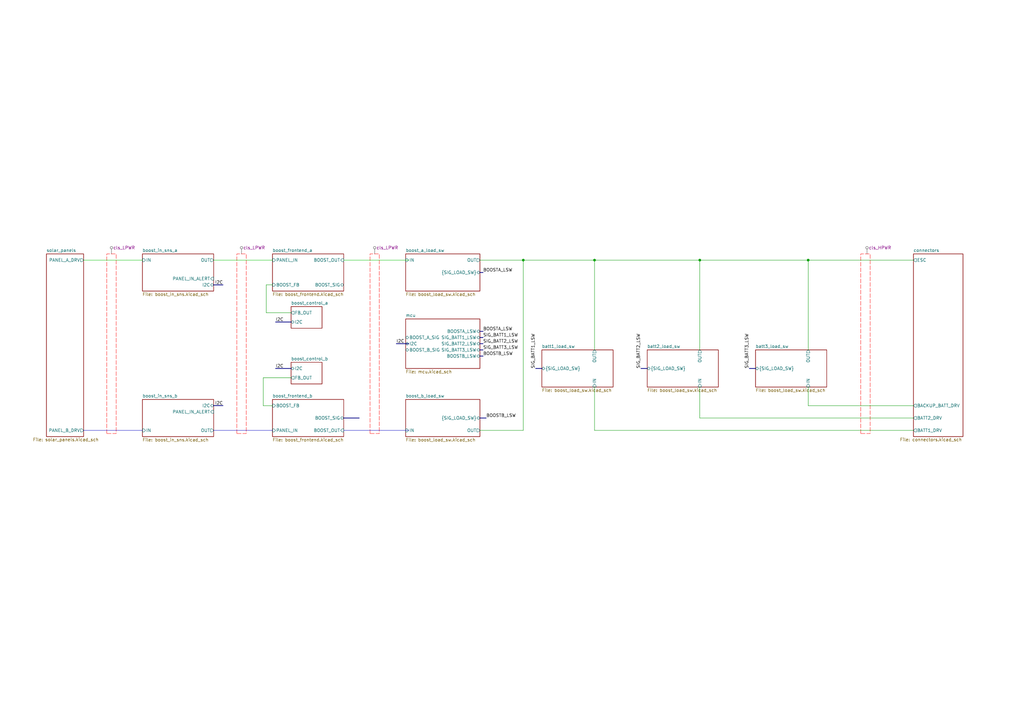
<source format=kicad_sch>
(kicad_sch
	(version 20250114)
	(generator "eeschema")
	(generator_version "9.0")
	(uuid "3ba35cb8-1859-462d-9588-130dc7519363")
	(paper "A3")
	(lib_symbols)
	(junction
		(at 243.84 106.68)
		(diameter 0)
		(color 0 0 0 0)
		(uuid "2c757d13-80dd-4f61-b726-e417640304a2")
	)
	(junction
		(at 287.02 106.68)
		(diameter 0)
		(color 0 0 0 0)
		(uuid "975d87cf-2444-4b04-aad6-4b988ca9aa10")
	)
	(junction
		(at 331.47 106.68)
		(diameter 0)
		(color 0 0 0 0)
		(uuid "aa7e57b2-f50b-4e96-bfee-2247ff236164")
	)
	(junction
		(at 214.63 106.68)
		(diameter 0)
		(color 0 0 0 0)
		(uuid "c3796987-2a51-439d-bfac-a32142c751fb")
	)
	(wire
		(pts
			(xy 107.95 166.37) (xy 111.76 166.37)
		)
		(stroke
			(width 0)
			(type default)
		)
		(uuid "03eb9f74-4b19-4d39-bffa-0346bb907d37")
	)
	(bus
		(pts
			(xy 87.63 116.84) (xy 91.44 116.84)
		)
		(stroke
			(width 0)
			(type default)
		)
		(uuid "0bcf8440-4055-4066-ab3b-16dcfc61cdb3")
	)
	(bus
		(pts
			(xy 196.85 146.05) (xy 198.12 146.05)
		)
		(stroke
			(width 0)
			(type default)
		)
		(uuid "0d5de230-99d4-4d30-aa86-600f7216553d")
	)
	(bus
		(pts
			(xy 196.85 135.89) (xy 198.12 135.89)
		)
		(stroke
			(width 0)
			(type default)
		)
		(uuid "0db88e0b-7e1c-4ad0-a4f8-b28e5c4f9d30")
	)
	(wire
		(pts
			(xy 287.02 171.45) (xy 374.65 171.45)
		)
		(stroke
			(width 0)
			(type default)
		)
		(uuid "105ba05a-662b-4da8-8f56-92a8ed151f1e")
	)
	(wire
		(pts
			(xy 331.47 106.68) (xy 374.65 106.68)
		)
		(stroke
			(width 0)
			(type default)
		)
		(uuid "170bcde5-2f81-40c6-8607-05018d819ae5")
	)
	(wire
		(pts
			(xy 214.63 106.68) (xy 243.84 106.68)
		)
		(stroke
			(width 0)
			(type default)
		)
		(uuid "18bf4559-d256-49f0-8c6c-2bea45c359a3")
	)
	(wire
		(pts
			(xy 140.97 176.53) (xy 167.64 176.53)
		)
		(stroke
			(width 0)
			(type default)
			(color 0 0 194 1)
		)
		(uuid "1971cc28-ed48-4544-91cb-067ec6123772")
	)
	(wire
		(pts
			(xy 109.22 128.27) (xy 109.22 116.84)
		)
		(stroke
			(width 0)
			(type default)
		)
		(uuid "2763443b-3303-414f-8176-5ddda8e6b4b4")
	)
	(bus
		(pts
			(xy 196.85 171.45) (xy 199.39 171.45)
		)
		(stroke
			(width 0)
			(type default)
		)
		(uuid "2a8bfbd9-c220-4910-ba9d-49829bca9f19")
	)
	(bus
		(pts
			(xy 140.97 171.45) (xy 147.32 171.45)
		)
		(stroke
			(width 0)
			(type default)
		)
		(uuid "2c6df058-8863-48c6-864e-9179ca1b53c0")
	)
	(bus
		(pts
			(xy 262.89 151.13) (xy 265.43 151.13)
		)
		(stroke
			(width 0)
			(type default)
		)
		(uuid "2d851385-b7a0-4541-8bb6-4c688cf436ef")
	)
	(wire
		(pts
			(xy 214.63 106.68) (xy 214.63 176.53)
		)
		(stroke
			(width 0)
			(type default)
		)
		(uuid "2f69b4a6-3a05-41a2-b730-7a76d1c23593")
	)
	(wire
		(pts
			(xy 34.29 176.53) (xy 58.42 176.53)
		)
		(stroke
			(width 0)
			(type default)
			(color 0 0 194 1)
		)
		(uuid "31bd4c21-bf65-489d-b377-8f4feffe388b")
	)
	(bus
		(pts
			(xy 196.85 143.51) (xy 198.12 143.51)
		)
		(stroke
			(width 0)
			(type default)
		)
		(uuid "46aa4d92-e281-4cef-8640-3a72a1d295d1")
	)
	(wire
		(pts
			(xy 331.47 166.37) (xy 374.65 166.37)
		)
		(stroke
			(width 0)
			(type default)
		)
		(uuid "4769cb71-a6dd-4044-a689-583cc3ce651d")
	)
	(wire
		(pts
			(xy 140.97 106.68) (xy 167.64 106.68)
		)
		(stroke
			(width 0)
			(type default)
			(color 0 194 0 1)
		)
		(uuid "483cc16a-9fbb-426f-bbcb-917152e20670")
	)
	(wire
		(pts
			(xy 287.02 106.68) (xy 287.02 143.51)
		)
		(stroke
			(width 0)
			(type default)
		)
		(uuid "4f10092f-9f7c-4bcc-a55d-be0b2a7b0be1")
	)
	(bus
		(pts
			(xy 196.85 111.76) (xy 198.12 111.76)
		)
		(stroke
			(width 0)
			(type default)
		)
		(uuid "54702368-dba9-4539-afe8-e054e1aa9feb")
	)
	(wire
		(pts
			(xy 243.84 158.75) (xy 243.84 176.53)
		)
		(stroke
			(width 0)
			(type default)
		)
		(uuid "5b221fb7-b34f-4f0d-b179-c1bbed5f6bce")
	)
	(wire
		(pts
			(xy 243.84 106.68) (xy 287.02 106.68)
		)
		(stroke
			(width 0)
			(type default)
		)
		(uuid "5c2110d8-2c21-47db-9343-05a299b7647e")
	)
	(wire
		(pts
			(xy 196.85 176.53) (xy 214.63 176.53)
		)
		(stroke
			(width 0)
			(type default)
		)
		(uuid "5da82f18-e099-4167-bf12-0dce1a2fb59f")
	)
	(wire
		(pts
			(xy 243.84 176.53) (xy 374.65 176.53)
		)
		(stroke
			(width 0)
			(type default)
		)
		(uuid "614c90af-f091-4b60-9854-96dbdd7b551a")
	)
	(wire
		(pts
			(xy 196.85 106.68) (xy 214.63 106.68)
		)
		(stroke
			(width 0)
			(type default)
		)
		(uuid "65b6f0fc-41da-4b80-89d6-6eefa0724462")
	)
	(bus
		(pts
			(xy 219.71 151.13) (xy 222.25 151.13)
		)
		(stroke
			(width 0)
			(type default)
		)
		(uuid "790a3946-2023-4698-a5a6-37fc17e39236")
	)
	(wire
		(pts
			(xy 331.47 158.75) (xy 331.47 166.37)
		)
		(stroke
			(width 0)
			(type default)
		)
		(uuid "79451a0c-0aba-4543-82d0-9171fa03b257")
	)
	(wire
		(pts
			(xy 119.38 128.27) (xy 109.22 128.27)
		)
		(stroke
			(width 0)
			(type default)
		)
		(uuid "7bcbc883-68c3-42db-a1ab-194e070dffad")
	)
	(wire
		(pts
			(xy 287.02 106.68) (xy 331.47 106.68)
		)
		(stroke
			(width 0)
			(type default)
		)
		(uuid "8c98f9c7-e307-46f8-8ae2-329755f9de6b")
	)
	(wire
		(pts
			(xy 331.47 106.68) (xy 331.47 143.51)
		)
		(stroke
			(width 0)
			(type default)
		)
		(uuid "8e1f46c9-7358-458d-9049-0d1cbb8c18c3")
	)
	(wire
		(pts
			(xy 287.02 158.75) (xy 287.02 171.45)
		)
		(stroke
			(width 0)
			(type default)
		)
		(uuid "9b2669e6-65c7-4c1b-adfe-7e4c0d4d50c6")
	)
	(bus
		(pts
			(xy 113.03 132.08) (xy 119.38 132.08)
		)
		(stroke
			(width 0)
			(type default)
		)
		(uuid "9c8b9d14-222d-4195-be15-f0bb6d9cfebb")
	)
	(wire
		(pts
			(xy 119.38 154.94) (xy 107.95 154.94)
		)
		(stroke
			(width 0)
			(type default)
		)
		(uuid "9e36f94b-4f56-4305-a715-ff3c5ba0e942")
	)
	(bus
		(pts
			(xy 196.85 138.43) (xy 198.12 138.43)
		)
		(stroke
			(width 0)
			(type default)
		)
		(uuid "a3e837ab-7ec7-40b1-b5fd-9eeb6f3d1e20")
	)
	(bus
		(pts
			(xy 87.63 166.37) (xy 91.44 166.37)
		)
		(stroke
			(width 0)
			(type default)
		)
		(uuid "b2eefa4f-9e55-4c75-aa57-7c9f2690c988")
	)
	(bus
		(pts
			(xy 113.03 151.13) (xy 119.38 151.13)
		)
		(stroke
			(width 0)
			(type default)
		)
		(uuid "c58c802c-a374-41d4-b904-fc9a9f67a7e4")
	)
	(bus
		(pts
			(xy 307.34 151.13) (xy 309.88 151.13)
		)
		(stroke
			(width 0)
			(type default)
		)
		(uuid "d7cfc14d-8a39-41e9-849f-3a2d8cb2b647")
	)
	(bus
		(pts
			(xy 162.56 140.97) (xy 167.64 140.97)
		)
		(stroke
			(width 0)
			(type default)
		)
		(uuid "d7fb880b-1b01-47ec-96e5-3c859c602160")
	)
	(wire
		(pts
			(xy 107.95 154.94) (xy 107.95 166.37)
		)
		(stroke
			(width 0)
			(type default)
		)
		(uuid "d986bdb1-07c4-4063-8ab4-6981edd76d08")
	)
	(wire
		(pts
			(xy 243.84 106.68) (xy 243.84 143.51)
		)
		(stroke
			(width 0)
			(type default)
		)
		(uuid "db5af9ae-059e-48e4-ba6a-f04c5b1dd40c")
	)
	(wire
		(pts
			(xy 109.22 116.84) (xy 111.76 116.84)
		)
		(stroke
			(width 0)
			(type default)
		)
		(uuid "e04b3aad-9eb3-4617-b0b6-5985983759ae")
	)
	(wire
		(pts
			(xy 87.63 106.68) (xy 111.76 106.68)
		)
		(stroke
			(width 0)
			(type default)
			(color 0 194 0 1)
		)
		(uuid "eb7e881b-60c4-40d1-8703-0a97d7d9e5d7")
	)
	(bus
		(pts
			(xy 196.85 140.97) (xy 198.12 140.97)
		)
		(stroke
			(width 0)
			(type default)
		)
		(uuid "ebea3644-acf8-4583-8558-de903e43f276")
	)
	(wire
		(pts
			(xy 34.29 106.68) (xy 58.42 106.68)
		)
		(stroke
			(width 0)
			(type default)
			(color 0 194 0 1)
		)
		(uuid "ec11a653-9b03-4a68-87d5-9a71052b18bd")
	)
	(wire
		(pts
			(xy 87.63 176.53) (xy 111.76 176.53)
		)
		(stroke
			(width 0)
			(type default)
			(color 0 0 194 1)
		)
		(uuid "fcd9c7e1-1cbc-40d1-a96f-4a9ea86dad17")
	)
	(label "SIG_BATT3_LSW"
		(at 198.12 143.51 0)
		(effects
			(font
				(size 1.27 1.27)
			)
			(justify left bottom)
		)
		(uuid "3363cc51-576f-41ef-a546-f3a5d1874cf5")
	)
	(label "I2C"
		(at 91.44 116.84 180)
		(effects
			(font
				(size 1.27 1.27)
			)
			(justify right bottom)
		)
		(uuid "5be089bb-e3cc-4b13-bbce-82ad829f2749")
	)
	(label "SIG_BATT2_LSW"
		(at 262.89 151.13 90)
		(effects
			(font
				(size 1.27 1.27)
			)
			(justify left bottom)
		)
		(uuid "6160aa25-de0f-4833-b9bf-b28d0bbfb966")
	)
	(label "SIG_BATT2_LSW"
		(at 198.12 140.97 0)
		(effects
			(font
				(size 1.27 1.27)
			)
			(justify left bottom)
		)
		(uuid "6a7513a9-4f4e-4fdb-8e6d-bea719ba5439")
	)
	(label "BOOSTA_LSW"
		(at 198.12 135.89 0)
		(effects
			(font
				(size 1.27 1.27)
			)
			(justify left bottom)
		)
		(uuid "7b23081a-bbaa-40f5-a95d-94a1542a93f5")
	)
	(label "BOOSTB_LSW"
		(at 199.39 171.45 0)
		(effects
			(font
				(size 1.27 1.27)
			)
			(justify left bottom)
		)
		(uuid "839f5cd0-96b9-4568-97c2-042fde2134a8")
	)
	(label "I2C"
		(at 113.03 132.08 0)
		(effects
			(font
				(size 1.27 1.27)
			)
			(justify left bottom)
		)
		(uuid "95ab64aa-0bc6-4285-b73f-6876fc832f4d")
	)
	(label "I2C"
		(at 113.03 151.13 0)
		(effects
			(font
				(size 1.27 1.27)
			)
			(justify left bottom)
		)
		(uuid "aa44a6ad-9cf5-410d-9240-8d85e861359f")
	)
	(label "SIG_BATT1_LSW"
		(at 198.12 138.43 0)
		(effects
			(font
				(size 1.27 1.27)
			)
			(justify left bottom)
		)
		(uuid "b45185bb-f6ad-465c-bee7-1bed1ae8752c")
	)
	(label "BOOSTB_LSW"
		(at 198.12 146.05 0)
		(effects
			(font
				(size 1.27 1.27)
			)
			(justify left bottom)
		)
		(uuid "bd29cae2-00c5-41d8-8cbc-adc5eececae0")
	)
	(label "SIG_BATT3_LSW"
		(at 307.34 151.13 90)
		(effects
			(font
				(size 1.27 1.27)
			)
			(justify left bottom)
		)
		(uuid "c5225670-05e1-4691-9785-e2d666146ccd")
	)
	(label "I2C"
		(at 91.44 166.37 180)
		(effects
			(font
				(size 1.27 1.27)
			)
			(justify right bottom)
		)
		(uuid "d7e24ed6-f854-437e-94cc-6e800d6ca957")
	)
	(label "I2C"
		(at 162.56 140.97 0)
		(effects
			(font
				(size 1.27 1.27)
			)
			(justify left bottom)
		)
		(uuid "ddd250f2-dd7d-4342-b6f8-fe5a43751e62")
	)
	(label "BOOSTA_LSW"
		(at 198.12 111.76 0)
		(effects
			(font
				(size 1.27 1.27)
			)
			(justify left bottom)
		)
		(uuid "e3fe8aae-d8f3-4489-b4a8-0d1978b372b2")
	)
	(label "SIG_BATT1_LSW"
		(at 219.71 151.13 90)
		(effects
			(font
				(size 1.27 1.27)
			)
			(justify left bottom)
		)
		(uuid "eaf5daaf-4d94-4514-ab6c-947ca41b0e0f")
	)
	(rule_area
		(polyline
			(pts
				(xy 43.8149 177.7999) (xy 43.8149 104.1399) (xy 47.6249 104.1399) (xy 47.6249 177.7999)
			)
			(stroke
				(width 0)
				(type dash)
			)
			(fill
				(type none)
			)
			(uuid 587159aa-d466-4b4e-9350-2471f688d993)
		)
	)
	(rule_area
		(polyline
			(pts
				(xy 97.155 177.8) (xy 97.155 104.14) (xy 100.965 104.14) (xy 100.965 177.8)
			)
			(stroke
				(width 0)
				(type dash)
			)
			(fill
				(type none)
			)
			(uuid 6aeb9602-033e-422f-85af-02eae0e9ac26)
		)
	)
	(rule_area
		(polyline
			(pts
				(xy 151.765 177.8) (xy 151.765 104.14) (xy 155.575 104.14) (xy 155.575 177.8)
			)
			(stroke
				(width 0)
				(type dash)
			)
			(fill
				(type none)
			)
			(uuid e9cb38e9-46c4-400e-95b6-649e060bb818)
		)
	)
	(rule_area
		(polyline
			(pts
				(xy 353.06 177.8) (xy 353.06 104.14) (xy 356.87 104.14) (xy 356.87 177.8)
			)
			(stroke
				(width 0)
				(type dash)
			)
			(fill
				(type none)
			)
			(uuid fd90912f-8ff9-4bb8-989b-4f48ab5d9066)
		)
	)
	(netclass_flag ""
		(length 2.54)
		(shape round)
		(at 355.6 104.14 0)
		(fields_autoplaced yes)
		(effects
			(font
				(size 1.27 1.27)
			)
			(justify left bottom)
		)
		(uuid "34adc72a-1f9f-452d-bb03-39ad87da293b")
		(property "Netclass" "cls_HPWR"
			(at 356.2985 101.6 0)
			(effects
				(font
					(size 1.27 1.27)
				)
				(justify left)
			)
		)
		(property "Component Class" ""
			(at 209.55 57.15 0)
			(effects
				(font
					(size 1.27 1.27)
					(italic yes)
				)
			)
		)
	)
	(netclass_flag ""
		(length 2.54)
		(shape round)
		(at 45.72 104.14 0)
		(fields_autoplaced yes)
		(effects
			(font
				(size 1.27 1.27)
			)
			(justify left bottom)
		)
		(uuid "53f82c0c-7f58-43dd-a5dc-c6ec677f8cfb")
		(property "Netclass" "cls_LPWR"
			(at 46.4185 101.6 0)
			(effects
				(font
					(size 1.27 1.27)
				)
				(justify left)
			)
		)
		(property "Component Class" ""
			(at -100.33 57.15 0)
			(effects
				(font
					(size 1.27 1.27)
					(italic yes)
				)
			)
		)
	)
	(netclass_flag ""
		(length 2.54)
		(shape round)
		(at 99.06 104.14 0)
		(fields_autoplaced yes)
		(effects
			(font
				(size 1.27 1.27)
			)
			(justify left bottom)
		)
		(uuid "f82e1284-7e38-4a26-bb86-b7c8c810da5f")
		(property "Netclass" "cls_LPWR"
			(at 99.7585 101.6 0)
			(effects
				(font
					(size 1.27 1.27)
				)
				(justify left)
			)
		)
		(property "Component Class" ""
			(at -46.99 57.15 0)
			(effects
				(font
					(size 1.27 1.27)
					(italic yes)
				)
			)
		)
	)
	(netclass_flag ""
		(length 2.54)
		(shape round)
		(at 153.67 104.14 0)
		(fields_autoplaced yes)
		(effects
			(font
				(size 1.27 1.27)
			)
			(justify left bottom)
		)
		(uuid "f92e11ea-12da-4d31-811a-04bf4b10a5ec")
		(property "Netclass" "cls_LPWR"
			(at 154.3685 101.6 0)
			(effects
				(font
					(size 1.27 1.27)
				)
				(justify left)
			)
		)
		(property "Component Class" ""
			(at 7.62 57.15 0)
			(effects
				(font
					(size 1.27 1.27)
					(italic yes)
				)
			)
		)
	)
	(sheet
		(at 119.38 125.73)
		(size 12.7 8.89)
		(exclude_from_sim no)
		(in_bom yes)
		(on_board yes)
		(dnp no)
		(stroke
			(width 0.1524)
			(type solid)
		)
		(fill
			(color 0 0 0 0.0000)
		)
		(uuid "09b4163a-819e-413e-b808-030375832f4a")
		(property "Sheetname" "boost_control_a"
			(at 119.38 125.0184 0)
			(effects
				(font
					(size 1.27 1.27)
				)
				(justify left bottom)
			)
		)
		(property "Sheetfile" "boost_control.kicad_sch"
			(at 112.522 132.588 0)
			(effects
				(font
					(size 1.27 1.27)
				)
				(justify left top)
				(hide yes)
			)
		)
		(pin "FB_OUT" output
			(at 119.38 128.27 180)
			(uuid "65547b79-e720-41cb-bec2-340fc1a6bb79")
			(effects
				(font
					(size 1.27 1.27)
				)
				(justify left)
			)
		)
		(pin "I2C" bidirectional
			(at 119.38 132.08 180)
			(uuid "1d8ac5cc-fc7c-493e-bb26-905f9462a4f2")
			(effects
				(font
					(size 1.27 1.27)
				)
				(justify left)
			)
		)
		(instances
			(project "PowerBoard"
				(path "/99785679-20de-4827-b4cc-bc3c187068c9/9564929a-642e-4163-88c2-45054b63a5ed"
					(page "5")
				)
			)
		)
	)
	(sheet
		(at 111.76 104.14)
		(size 29.21 15.24)
		(exclude_from_sim no)
		(in_bom yes)
		(on_board yes)
		(dnp no)
		(fields_autoplaced yes)
		(stroke
			(width 0.1524)
			(type solid)
		)
		(fill
			(color 0 0 0 0.0000)
		)
		(uuid "0cef1f69-ed1d-4f02-ab28-a001d17f862e")
		(property "Sheetname" "boost_frontend_a"
			(at 111.76 103.4284 0)
			(effects
				(font
					(size 1.27 1.27)
				)
				(justify left bottom)
			)
		)
		(property "Sheetfile" "boost_frontend.kicad_sch"
			(at 111.76 119.9646 0)
			(effects
				(font
					(size 1.27 1.27)
				)
				(justify left top)
			)
		)
		(pin "PANEL_IN" input
			(at 111.76 106.68 180)
			(uuid "2fa6a300-4fd3-4dd7-b33e-702ed84ea4c8")
			(effects
				(font
					(size 1.27 1.27)
				)
				(justify left)
			)
		)
		(pin "BOOST_FB" input
			(at 111.76 116.84 180)
			(uuid "2dce7bbe-6aa4-4442-a349-e995daf7197e")
			(effects
				(font
					(size 1.27 1.27)
				)
				(justify left)
			)
		)
		(pin "BOOST_OUT" input
			(at 140.97 106.68 0)
			(uuid "52cae4e5-cf73-4beb-b285-2fee067ad6a7")
			(effects
				(font
					(size 1.27 1.27)
				)
				(justify right)
			)
		)
		(pin "BOOST_SIG" bidirectional
			(at 140.97 116.84 0)
			(uuid "7c54ea00-bcdb-4f40-a02a-28c68b759e77")
			(effects
				(font
					(size 1.27 1.27)
				)
				(justify right)
			)
		)
		(instances
			(project "PowerBoard"
				(path "/99785679-20de-4827-b4cc-bc3c187068c9/9564929a-642e-4163-88c2-45054b63a5ed"
					(page "4")
				)
			)
		)
	)
	(sheet
		(at 58.42 163.83)
		(size 29.21 15.24)
		(exclude_from_sim no)
		(in_bom yes)
		(on_board yes)
		(dnp no)
		(fields_autoplaced yes)
		(stroke
			(width 0.1524)
			(type solid)
		)
		(fill
			(color 0 0 0 0.0000)
		)
		(uuid "3068c1f6-122c-49ae-9c21-f8ebc0263ff5")
		(property "Sheetname" "boost_in_sns_b"
			(at 58.42 163.1184 0)
			(effects
				(font
					(size 1.27 1.27)
				)
				(justify left bottom)
			)
		)
		(property "Sheetfile" "boost_in_sns.kicad_sch"
			(at 58.42 179.6546 0)
			(effects
				(font
					(size 1.27 1.27)
				)
				(justify left top)
			)
		)
		(pin "PANEL_IN_ALERT" input
			(at 87.63 168.91 0)
			(uuid "30acb912-093d-4c07-b2ae-1670ea1e5d8d")
			(effects
				(font
					(size 1.27 1.27)
				)
				(justify right)
			)
		)
		(pin "I2C" bidirectional
			(at 87.63 166.37 0)
			(uuid "3805c3dd-11e9-4ecb-83a9-e8d05be6e8c7")
			(effects
				(font
					(size 1.27 1.27)
				)
				(justify right)
			)
		)
		(pin "IN" input
			(at 58.42 176.53 180)
			(uuid "a93942d2-3fcb-44dd-8459-d4a10180a3b1")
			(effects
				(font
					(size 1.27 1.27)
				)
				(justify left)
			)
		)
		(pin "OUT" output
			(at 87.63 176.53 0)
			(uuid "63bff83e-d27e-4b2e-94cd-0152baa0de9b")
			(effects
				(font
					(size 1.27 1.27)
				)
				(justify right)
			)
		)
		(instances
			(project "PowerBoard"
				(path "/99785679-20de-4827-b4cc-bc3c187068c9/9564929a-642e-4163-88c2-45054b63a5ed"
					(page "9")
				)
			)
		)
	)
	(sheet
		(at 166.37 163.83)
		(size 30.48 15.24)
		(exclude_from_sim no)
		(in_bom yes)
		(on_board yes)
		(dnp no)
		(fields_autoplaced yes)
		(stroke
			(width 0.1524)
			(type solid)
		)
		(fill
			(color 0 0 0 0.0000)
		)
		(uuid "5ab37dee-300b-447e-9b13-e5d50b13d849")
		(property "Sheetname" "boost_b_load_sw"
			(at 166.37 163.1184 0)
			(effects
				(font
					(size 1.27 1.27)
				)
				(justify left bottom)
			)
		)
		(property "Sheetfile" "boost_load_sw.kicad_sch"
			(at 166.37 179.6546 0)
			(effects
				(font
					(size 1.27 1.27)
				)
				(justify left top)
			)
		)
		(pin "OUT" output
			(at 196.85 176.53 0)
			(uuid "f22e1578-4fac-4814-8aba-36cbf3dafe38")
			(effects
				(font
					(size 1.27 1.27)
				)
				(justify right)
			)
		)
		(pin "IN" input
			(at 166.37 176.53 180)
			(uuid "b90325af-47dc-4505-8fab-0eae018bc9b0")
			(effects
				(font
					(size 1.27 1.27)
				)
				(justify left)
			)
		)
		(pin "{SIG_LOAD_SW}" bidirectional
			(at 196.85 171.45 0)
			(uuid "3e834ec1-bba3-4bd3-98a9-fe6c302d5e27")
			(effects
				(font
					(size 1.27 1.27)
				)
				(justify right)
			)
		)
		(instances
			(project "PowerBoard"
				(path "/99785679-20de-4827-b4cc-bc3c187068c9/9564929a-642e-4163-88c2-45054b63a5ed"
					(page "7")
				)
			)
		)
	)
	(sheet
		(at 374.65 104.14)
		(size 20.32 74.93)
		(exclude_from_sim no)
		(in_bom yes)
		(on_board yes)
		(dnp no)
		(stroke
			(width 0.1524)
			(type solid)
		)
		(fill
			(color 0 0 0 0.0000)
		)
		(uuid "5ca9c485-eddf-4b8f-8ea2-4142c873b2df")
		(property "Sheetname" "connectors"
			(at 374.65 103.4284 0)
			(effects
				(font
					(size 1.27 1.27)
				)
				(justify left bottom)
			)
		)
		(property "Sheetfile" "connectors.kicad_sch"
			(at 369.062 179.578 0)
			(effects
				(font
					(size 1.27 1.27)
				)
				(justify left top)
			)
		)
		(pin "ESC" output
			(at 374.65 106.68 180)
			(uuid "83edf491-7659-42a2-b98c-8fa31699c540")
			(effects
				(font
					(size 1.27 1.27)
				)
				(justify left)
			)
		)
		(pin "BACKUP_BATT_DRV" output
			(at 374.65 166.37 180)
			(uuid "60a77608-63bb-4d75-be8b-2909691121c1")
			(effects
				(font
					(size 1.27 1.27)
				)
				(justify left)
			)
		)
		(pin "BATT1_DRV" output
			(at 374.65 176.53 180)
			(uuid "dfc76071-e32f-44ac-bbea-111fc28118f3")
			(effects
				(font
					(size 1.27 1.27)
				)
				(justify left)
			)
		)
		(pin "BATT2_DRV" output
			(at 374.65 171.45 180)
			(uuid "d12bfa08-9920-4957-bf04-5f6d52795e69")
			(effects
				(font
					(size 1.27 1.27)
				)
				(justify left)
			)
		)
		(instances
			(project "PowerBoard"
				(path "/99785679-20de-4827-b4cc-bc3c187068c9/9564929a-642e-4163-88c2-45054b63a5ed"
					(page "16")
				)
			)
		)
	)
	(sheet
		(at 111.76 163.83)
		(size 29.21 15.24)
		(exclude_from_sim no)
		(in_bom yes)
		(on_board yes)
		(dnp no)
		(fields_autoplaced yes)
		(stroke
			(width 0.1524)
			(type solid)
		)
		(fill
			(color 0 0 0 0.0000)
		)
		(uuid "68cab5ff-06be-4137-8d1a-3cc6d1b1d6d1")
		(property "Sheetname" "boost_frontend_b"
			(at 111.76 163.1184 0)
			(effects
				(font
					(size 1.27 1.27)
				)
				(justify left bottom)
			)
		)
		(property "Sheetfile" "boost_frontend.kicad_sch"
			(at 111.76 179.6546 0)
			(effects
				(font
					(size 1.27 1.27)
				)
				(justify left top)
			)
		)
		(pin "BOOST_FB" input
			(at 111.76 166.37 180)
			(uuid "96bd22c7-1a21-4d0c-8a3c-d99af07354eb")
			(effects
				(font
					(size 1.27 1.27)
				)
				(justify left)
			)
		)
		(pin "PANEL_IN" input
			(at 111.76 176.53 180)
			(uuid "5e7c1132-d68a-40d9-b5b1-54655b46e5aa")
			(effects
				(font
					(size 1.27 1.27)
				)
				(justify left)
			)
		)
		(pin "BOOST_OUT" input
			(at 140.97 176.53 0)
			(uuid "82bf2234-b0c4-4050-a4fe-292a7c661f80")
			(effects
				(font
					(size 1.27 1.27)
				)
				(justify right)
			)
		)
		(pin "BOOST_SIG" bidirectional
			(at 140.97 171.45 0)
			(uuid "91b1a617-610a-43ca-aea3-d6dbfa95cbfa")
			(effects
				(font
					(size 1.27 1.27)
				)
				(justify right)
			)
		)
		(instances
			(project "PowerBoard"
				(path "/99785679-20de-4827-b4cc-bc3c187068c9/9564929a-642e-4163-88c2-45054b63a5ed"
					(page "8")
				)
			)
		)
	)
	(sheet
		(at 309.88 143.51)
		(size 29.21 15.24)
		(exclude_from_sim no)
		(in_bom yes)
		(on_board yes)
		(dnp no)
		(fields_autoplaced yes)
		(stroke
			(width 0.1524)
			(type solid)
		)
		(fill
			(color 0 0 0 0.0000)
		)
		(uuid "70687909-9f63-4b18-b374-bb5d5688a7a1")
		(property "Sheetname" "batt3_load_sw"
			(at 309.88 142.7984 0)
			(effects
				(font
					(size 1.27 1.27)
				)
				(justify left bottom)
			)
		)
		(property "Sheetfile" "boost_load_sw.kicad_sch"
			(at 309.88 159.3346 0)
			(effects
				(font
					(size 1.27 1.27)
				)
				(justify left top)
			)
		)
		(pin "OUT" output
			(at 331.47 143.51 90)
			(uuid "c549760f-c67b-4e67-a7ac-d1c723adb14a")
			(effects
				(font
					(size 1.27 1.27)
				)
				(justify right)
			)
		)
		(pin "IN" input
			(at 331.47 158.75 270)
			(uuid "1634aea0-8d01-4217-9269-d8ee8a02f01d")
			(effects
				(font
					(size 1.27 1.27)
				)
				(justify left)
			)
		)
		(pin "{SIG_LOAD_SW}" bidirectional
			(at 309.88 151.13 180)
			(uuid "0e9ecf24-5f17-4b64-be73-15200812697e")
			(effects
				(font
					(size 1.27 1.27)
				)
				(justify left)
			)
		)
		(instances
			(project "PowerBoard"
				(path "/99785679-20de-4827-b4cc-bc3c187068c9/9564929a-642e-4163-88c2-45054b63a5ed"
					(page "15")
				)
			)
		)
	)
	(sheet
		(at 119.38 148.59)
		(size 12.7 8.89)
		(exclude_from_sim no)
		(in_bom yes)
		(on_board yes)
		(dnp no)
		(stroke
			(width 0.1524)
			(type solid)
		)
		(fill
			(color 0 0 0 0.0000)
		)
		(uuid "84126d6b-9224-455f-9cea-3582a8eebe20")
		(property "Sheetname" "boost_control_b"
			(at 119.38 147.8784 0)
			(effects
				(font
					(size 1.27 1.27)
				)
				(justify left bottom)
			)
		)
		(property "Sheetfile" "boost_control.kicad_sch"
			(at 112.522 155.448 0)
			(effects
				(font
					(size 1.27 1.27)
				)
				(justify left top)
				(hide yes)
			)
		)
		(pin "FB_OUT" output
			(at 119.38 154.94 180)
			(uuid "e6d08b15-493e-4e7a-8d7b-814eee2b6875")
			(effects
				(font
					(size 1.27 1.27)
				)
				(justify left)
			)
		)
		(pin "I2C" bidirectional
			(at 119.38 151.13 180)
			(uuid "ac0e40fa-456e-4b9a-883f-df42556e2569")
			(effects
				(font
					(size 1.27 1.27)
				)
				(justify left)
			)
		)
		(instances
			(project "PowerBoard"
				(path "/99785679-20de-4827-b4cc-bc3c187068c9/9564929a-642e-4163-88c2-45054b63a5ed"
					(page "10")
				)
			)
		)
	)
	(sheet
		(at 19.05 104.14)
		(size 15.24 74.93)
		(exclude_from_sim no)
		(in_bom yes)
		(on_board yes)
		(dnp no)
		(stroke
			(width 0.1524)
			(type solid)
		)
		(fill
			(color 0 0 0 0.0000)
		)
		(uuid "84e96f9f-2d05-4b14-bccc-57bd87440548")
		(property "Sheetname" "solar_panels"
			(at 19.05 103.4284 0)
			(effects
				(font
					(size 1.27 1.27)
				)
				(justify left bottom)
			)
		)
		(property "Sheetfile" "solar_panels.kicad_sch"
			(at 13.462 179.578 0)
			(effects
				(font
					(size 1.27 1.27)
				)
				(justify left top)
			)
		)
		(pin "PANEL_A_DRV" output
			(at 34.29 106.68 0)
			(uuid "84f6ecc8-7f90-402a-abd4-e2afe66b5492")
			(effects
				(font
					(size 1.27 1.27)
				)
				(justify right)
			)
		)
		(pin "PANEL_B_DRV" output
			(at 34.29 176.53 0)
			(uuid "d2959bf8-e86a-4848-bfed-0f6c1d040123")
			(effects
				(font
					(size 1.27 1.27)
				)
				(justify right)
			)
		)
		(instances
			(project "PowerBoard"
				(path "/99785679-20de-4827-b4cc-bc3c187068c9/9564929a-642e-4163-88c2-45054b63a5ed"
					(page "13")
				)
			)
		)
	)
	(sheet
		(at 265.43 143.51)
		(size 29.21 15.24)
		(exclude_from_sim no)
		(in_bom yes)
		(on_board yes)
		(dnp no)
		(fields_autoplaced yes)
		(stroke
			(width 0.1524)
			(type solid)
		)
		(fill
			(color 0 0 0 0.0000)
		)
		(uuid "aa92e4e1-fc74-44a9-8187-6c9770b466cf")
		(property "Sheetname" "batt2_load_sw"
			(at 265.43 142.7984 0)
			(effects
				(font
					(size 1.27 1.27)
				)
				(justify left bottom)
			)
		)
		(property "Sheetfile" "boost_load_sw.kicad_sch"
			(at 265.43 159.3346 0)
			(effects
				(font
					(size 1.27 1.27)
				)
				(justify left top)
			)
		)
		(pin "OUT" output
			(at 287.02 143.51 90)
			(uuid "e275ba2e-00b0-4960-b349-d1eb539d45d4")
			(effects
				(font
					(size 1.27 1.27)
				)
				(justify right)
			)
		)
		(pin "IN" input
			(at 287.02 158.75 270)
			(uuid "d5def571-a376-47ed-94ed-cdbeffa3c1d7")
			(effects
				(font
					(size 1.27 1.27)
				)
				(justify left)
			)
		)
		(pin "{SIG_LOAD_SW}" bidirectional
			(at 265.43 151.13 180)
			(uuid "cfebbbe5-8f7a-45bd-ace7-2b3dd108b408")
			(effects
				(font
					(size 1.27 1.27)
				)
				(justify left)
			)
		)
		(instances
			(project "PowerBoard"
				(path "/99785679-20de-4827-b4cc-bc3c187068c9/9564929a-642e-4163-88c2-45054b63a5ed"
					(page "14")
				)
			)
		)
	)
	(sheet
		(at 166.37 104.14)
		(size 30.48 15.24)
		(exclude_from_sim no)
		(in_bom yes)
		(on_board yes)
		(dnp no)
		(fields_autoplaced yes)
		(stroke
			(width 0.1524)
			(type solid)
		)
		(fill
			(color 0 0 0 0.0000)
		)
		(uuid "b9213479-bc9a-4fd6-a1a6-404b21448f58")
		(property "Sheetname" "boost_a_load_sw"
			(at 166.37 103.4284 0)
			(effects
				(font
					(size 1.27 1.27)
				)
				(justify left bottom)
			)
		)
		(property "Sheetfile" "boost_load_sw.kicad_sch"
			(at 166.37 119.9646 0)
			(effects
				(font
					(size 1.27 1.27)
				)
				(justify left top)
			)
		)
		(pin "IN" input
			(at 166.37 106.68 180)
			(uuid "ae31bed6-5cd2-4521-8958-5a48e23cfb41")
			(effects
				(font
					(size 1.27 1.27)
				)
				(justify left)
			)
		)
		(pin "OUT" output
			(at 196.85 106.68 0)
			(uuid "6e84845a-498b-40bd-927d-10dacc97141b")
			(effects
				(font
					(size 1.27 1.27)
				)
				(justify right)
			)
		)
		(pin "{SIG_LOAD_SW}" bidirectional
			(at 196.85 111.76 0)
			(uuid "8036a92f-c85a-45e0-9371-a77946fb1a90")
			(effects
				(font
					(size 1.27 1.27)
				)
				(justify right)
			)
		)
		(instances
			(project "PowerBoard"
				(path "/99785679-20de-4827-b4cc-bc3c187068c9/9564929a-642e-4163-88c2-45054b63a5ed"
					(page "10")
				)
			)
		)
	)
	(sheet
		(at 166.37 130.81)
		(size 30.48 20.32)
		(exclude_from_sim no)
		(in_bom yes)
		(on_board yes)
		(dnp no)
		(fields_autoplaced yes)
		(stroke
			(width 0.1524)
			(type solid)
		)
		(fill
			(color 0 0 0 0.0000)
		)
		(uuid "d1c21149-ce86-4764-be81-965c3e4dd332")
		(property "Sheetname" "mcu"
			(at 166.37 130.0984 0)
			(effects
				(font
					(size 1.27 1.27)
				)
				(justify left bottom)
			)
		)
		(property "Sheetfile" "mcu.kicad_sch"
			(at 166.37 151.7146 0)
			(effects
				(font
					(size 1.27 1.27)
				)
				(justify left top)
			)
		)
		(pin "I2C" bidirectional
			(at 166.37 140.97 180)
			(uuid "40e4fe12-eb40-4bdb-b955-c6c3c19cd50d")
			(effects
				(font
					(size 1.27 1.27)
				)
				(justify left)
			)
		)
		(pin "BOOST_B_SIG" bidirectional
			(at 166.37 143.51 180)
			(uuid "c05bcfb6-45fc-48a4-8b05-cc6457e7f514")
			(effects
				(font
					(size 1.27 1.27)
				)
				(justify left)
			)
		)
		(pin "BOOST_A_SIG" bidirectional
			(at 166.37 138.43 180)
			(uuid "fc33d665-bf45-46e6-9091-892d635908d2")
			(effects
				(font
					(size 1.27 1.27)
				)
				(justify left)
			)
		)
		(pin "SIG_BATT1_LSW" bidirectional
			(at 196.85 138.43 0)
			(uuid "0eb8d85d-b83a-497c-859d-1a35452e9ea4")
			(effects
				(font
					(size 1.27 1.27)
				)
				(justify right)
			)
		)
		(pin "SIG_BATT2_LSW" bidirectional
			(at 196.85 140.97 0)
			(uuid "4c30865a-fc68-4855-b009-b22466691a9a")
			(effects
				(font
					(size 1.27 1.27)
				)
				(justify right)
			)
		)
		(pin "SIG_BATT3_LSW" bidirectional
			(at 196.85 143.51 0)
			(uuid "293dd2d9-51ba-4ed0-854c-baa60a428447")
			(effects
				(font
					(size 1.27 1.27)
				)
				(justify right)
			)
		)
		(pin "BOOSTA_LSW" bidirectional
			(at 196.85 135.89 0)
			(uuid "720714c3-88fc-42f9-9773-9ff460015c24")
			(effects
				(font
					(size 1.27 1.27)
				)
				(justify right)
			)
		)
		(pin "BOOSTB_LSW" bidirectional
			(at 196.85 146.05 0)
			(uuid "c0b59af2-dee3-4470-8ad1-3b9b3085bc3b")
			(effects
				(font
					(size 1.27 1.27)
				)
				(justify right)
			)
		)
		(instances
			(project "PowerBoard"
				(path "/99785679-20de-4827-b4cc-bc3c187068c9/9564929a-642e-4163-88c2-45054b63a5ed"
					(page "6")
				)
			)
		)
	)
	(sheet
		(at 222.25 143.51)
		(size 29.21 15.24)
		(exclude_from_sim no)
		(in_bom yes)
		(on_board yes)
		(dnp no)
		(fields_autoplaced yes)
		(stroke
			(width 0.1524)
			(type solid)
		)
		(fill
			(color 0 0 0 0.0000)
		)
		(uuid "f2327609-10a0-4227-bf59-7648982e83ec")
		(property "Sheetname" "batt1_load_sw"
			(at 222.25 142.7984 0)
			(effects
				(font
					(size 1.27 1.27)
				)
				(justify left bottom)
			)
		)
		(property "Sheetfile" "boost_load_sw.kicad_sch"
			(at 222.25 159.3346 0)
			(effects
				(font
					(size 1.27 1.27)
				)
				(justify left top)
			)
		)
		(pin "OUT" output
			(at 243.84 143.51 90)
			(uuid "df7e3e36-d104-4f47-a34e-3042dae6b672")
			(effects
				(font
					(size 1.27 1.27)
				)
				(justify right)
			)
		)
		(pin "IN" input
			(at 243.84 158.75 270)
			(uuid "47d9b53d-da5e-4896-9861-5b52f63f6b1e")
			(effects
				(font
					(size 1.27 1.27)
				)
				(justify left)
			)
		)
		(pin "{SIG_LOAD_SW}" bidirectional
			(at 222.25 151.13 180)
			(uuid "556f5693-57a7-4902-b862-492c45d2130d")
			(effects
				(font
					(size 1.27 1.27)
				)
				(justify left)
			)
		)
		(instances
			(project "PowerBoard"
				(path "/99785679-20de-4827-b4cc-bc3c187068c9/9564929a-642e-4163-88c2-45054b63a5ed"
					(page "12")
				)
			)
		)
	)
	(sheet
		(at 58.42 104.14)
		(size 29.21 15.24)
		(exclude_from_sim no)
		(in_bom yes)
		(on_board yes)
		(dnp no)
		(fields_autoplaced yes)
		(stroke
			(width 0.1524)
			(type solid)
		)
		(fill
			(color 0 0 0 0.0000)
		)
		(uuid "f48ac83e-9a77-49aa-aabc-f4682142862d")
		(property "Sheetname" "boost_in_sns_a"
			(at 58.42 103.4284 0)
			(effects
				(font
					(size 1.27 1.27)
				)
				(justify left bottom)
			)
		)
		(property "Sheetfile" "boost_in_sns.kicad_sch"
			(at 58.42 119.9646 0)
			(effects
				(font
					(size 1.27 1.27)
				)
				(justify left top)
			)
		)
		(pin "I2C" bidirectional
			(at 87.63 116.84 0)
			(uuid "910db603-ef29-4ab5-9ac6-f6ee49bec800")
			(effects
				(font
					(size 1.27 1.27)
				)
				(justify right)
			)
		)
		(pin "PANEL_IN_ALERT" input
			(at 87.63 114.3 0)
			(uuid "0d4f807c-b806-4508-8acb-c1876b82a9f3")
			(effects
				(font
					(size 1.27 1.27)
				)
				(justify right)
			)
		)
		(pin "IN" input
			(at 58.42 106.68 180)
			(uuid "887e8ba7-c04c-4ca6-926b-b2264cd98c5c")
			(effects
				(font
					(size 1.27 1.27)
				)
				(justify left)
			)
		)
		(pin "OUT" output
			(at 87.63 106.68 0)
			(uuid "80392be6-501f-4fad-a2f9-2288cfc3d9cf")
			(effects
				(font
					(size 1.27 1.27)
				)
				(justify right)
			)
		)
		(instances
			(project "PowerBoard"
				(path "/99785679-20de-4827-b4cc-bc3c187068c9/9564929a-642e-4163-88c2-45054b63a5ed"
					(page "11")
				)
			)
		)
	)
)

</source>
